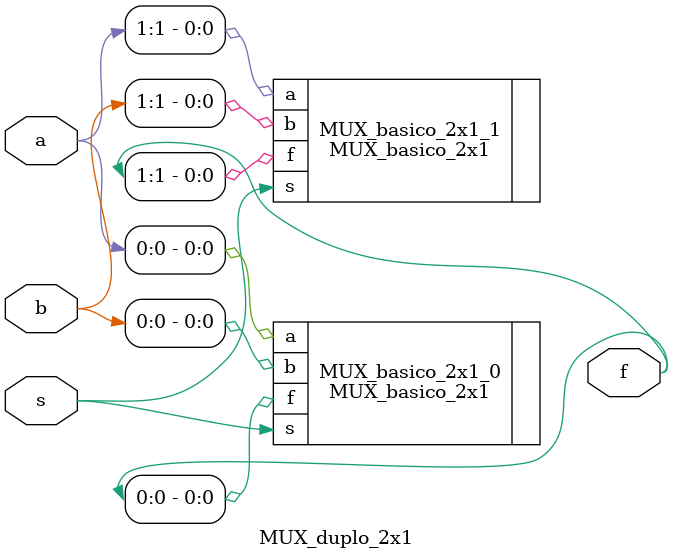
<source format=v>
module MUX_duplo_2x1(a, b, s, f);
	input [1:0] a, b;
	input s;
	output [1:0] f;

	MUX_basico_2x1 MUX_basico_2x1_0(.a(a[0]), .b(b[0]), .s(s), .f(f[0]));
	MUX_basico_2x1 MUX_basico_2x1_1(.a(a[1]), .b(b[1]), .s(s), .f(f[1]));
	
endmodule
</source>
